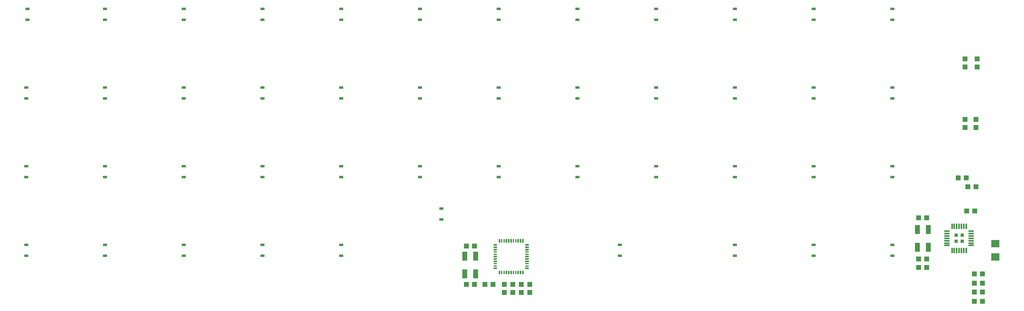
<source format=gbp>
G75*
%MOIN*%
%OFA0B0*%
%FSLAX25Y25*%
%IPPOS*%
%LPD*%
%AMOC8*
5,1,8,0,0,1.08239X$1,22.5*
%
%ADD10R,0.03268X0.02480*%
%ADD11C,0.01004*%
%ADD12R,0.04331X0.03937*%
%ADD13R,0.04331X0.07480*%
%ADD14R,0.03937X0.04331*%
%ADD15C,0.01181*%
%ADD16R,0.03000X0.03000*%
%ADD17R,0.07087X0.06299*%
D10*
X0061500Y0046972D03*
X0061500Y0056028D03*
X0126500Y0056028D03*
X0126500Y0046972D03*
X0191500Y0046972D03*
X0191500Y0056028D03*
X0256500Y0056028D03*
X0256500Y0046972D03*
X0321500Y0046972D03*
X0321500Y0056028D03*
X0404000Y0076972D03*
X0404000Y0086028D03*
X0386500Y0111972D03*
X0386500Y0121028D03*
X0321500Y0121028D03*
X0321500Y0111972D03*
X0256500Y0111972D03*
X0256500Y0121028D03*
X0191500Y0121028D03*
X0191500Y0111972D03*
X0126500Y0111972D03*
X0126500Y0121028D03*
X0061500Y0121028D03*
X0061500Y0111972D03*
X0061500Y0176972D03*
X0061500Y0186028D03*
X0126500Y0186028D03*
X0126500Y0176972D03*
X0191500Y0176972D03*
X0191500Y0186028D03*
X0256500Y0186028D03*
X0256500Y0176972D03*
X0321500Y0176972D03*
X0321500Y0186028D03*
X0386500Y0186028D03*
X0386500Y0176972D03*
X0451500Y0176972D03*
X0451500Y0186028D03*
X0516500Y0186028D03*
X0516500Y0176972D03*
X0581500Y0176972D03*
X0581500Y0186028D03*
X0646500Y0186028D03*
X0646500Y0176972D03*
X0711500Y0176972D03*
X0711500Y0186028D03*
X0776500Y0186028D03*
X0776500Y0176972D03*
X0776500Y0121028D03*
X0776500Y0111972D03*
X0711500Y0111972D03*
X0711500Y0121028D03*
X0646500Y0121028D03*
X0646500Y0111972D03*
X0581500Y0111972D03*
X0581500Y0121028D03*
X0516500Y0121028D03*
X0516500Y0111972D03*
X0451500Y0111972D03*
X0451500Y0121028D03*
X0551500Y0056028D03*
X0551500Y0046972D03*
X0646500Y0046972D03*
X0646500Y0056028D03*
X0711500Y0056028D03*
X0711500Y0046972D03*
X0776500Y0046972D03*
X0776500Y0056028D03*
X0776500Y0241972D03*
X0776500Y0251028D03*
X0711500Y0251028D03*
X0711500Y0241972D03*
X0646500Y0241972D03*
X0646500Y0251028D03*
X0581500Y0251028D03*
X0581500Y0241972D03*
X0516500Y0241972D03*
X0516500Y0251028D03*
X0451500Y0251028D03*
X0451500Y0241972D03*
X0386500Y0241972D03*
X0386500Y0251028D03*
X0321500Y0251028D03*
X0321500Y0241972D03*
X0256500Y0241972D03*
X0256500Y0251028D03*
X0191500Y0251028D03*
X0191500Y0241972D03*
X0126500Y0241972D03*
X0126500Y0251028D03*
X0062500Y0251028D03*
X0062500Y0241972D03*
D11*
X0451912Y0060709D02*
X0451912Y0058563D01*
X0451736Y0058563D01*
X0451736Y0060709D01*
X0451912Y0060709D01*
X0451912Y0059517D02*
X0451736Y0059517D01*
X0451736Y0060471D02*
X0451912Y0060471D01*
X0453880Y0060709D02*
X0453880Y0058563D01*
X0453704Y0058563D01*
X0453704Y0060709D01*
X0453880Y0060709D01*
X0453880Y0059517D02*
X0453704Y0059517D01*
X0453704Y0060471D02*
X0453880Y0060471D01*
X0455766Y0060709D02*
X0455766Y0058563D01*
X0455590Y0058563D01*
X0455590Y0060709D01*
X0455766Y0060709D01*
X0455766Y0059517D02*
X0455590Y0059517D01*
X0455590Y0060471D02*
X0455766Y0060471D01*
X0457734Y0060709D02*
X0457734Y0058563D01*
X0457558Y0058563D01*
X0457558Y0060709D01*
X0457734Y0060709D01*
X0457734Y0059517D02*
X0457558Y0059517D01*
X0457558Y0060471D02*
X0457734Y0060471D01*
X0459619Y0060709D02*
X0459619Y0058563D01*
X0459443Y0058563D01*
X0459443Y0060709D01*
X0459619Y0060709D01*
X0459619Y0059517D02*
X0459443Y0059517D01*
X0459443Y0060471D02*
X0459619Y0060471D01*
X0461588Y0060709D02*
X0461588Y0058563D01*
X0461412Y0058563D01*
X0461412Y0060709D01*
X0461588Y0060709D01*
X0461588Y0059517D02*
X0461412Y0059517D01*
X0461412Y0060471D02*
X0461588Y0060471D01*
X0463381Y0060709D02*
X0463381Y0058563D01*
X0463381Y0060709D02*
X0463557Y0060709D01*
X0463557Y0058563D01*
X0463381Y0058563D01*
X0463381Y0059517D02*
X0463557Y0059517D01*
X0463557Y0060471D02*
X0463381Y0060471D01*
X0465266Y0060709D02*
X0465266Y0058563D01*
X0465266Y0060709D02*
X0465442Y0060709D01*
X0465442Y0058563D01*
X0465266Y0058563D01*
X0465266Y0059517D02*
X0465442Y0059517D01*
X0465442Y0060471D02*
X0465266Y0060471D01*
X0467234Y0060709D02*
X0467234Y0058563D01*
X0467234Y0060709D02*
X0467410Y0060709D01*
X0467410Y0058563D01*
X0467234Y0058563D01*
X0467234Y0059517D02*
X0467410Y0059517D01*
X0467410Y0060471D02*
X0467234Y0060471D01*
X0469120Y0060709D02*
X0469120Y0058563D01*
X0469120Y0060709D02*
X0469296Y0060709D01*
X0469296Y0058563D01*
X0469120Y0058563D01*
X0469120Y0059517D02*
X0469296Y0059517D01*
X0469296Y0060471D02*
X0469120Y0060471D01*
X0471088Y0060709D02*
X0471088Y0058563D01*
X0471088Y0060709D02*
X0471264Y0060709D01*
X0471264Y0058563D01*
X0471088Y0058563D01*
X0471088Y0059517D02*
X0471264Y0059517D01*
X0471264Y0060471D02*
X0471088Y0060471D01*
X0473563Y0056088D02*
X0475709Y0056088D01*
X0473563Y0056088D02*
X0473563Y0056264D01*
X0475709Y0056264D01*
X0475709Y0056088D01*
X0475709Y0054120D02*
X0473563Y0054120D01*
X0473563Y0054296D01*
X0475709Y0054296D01*
X0475709Y0054120D01*
X0475709Y0052234D02*
X0473563Y0052234D01*
X0473563Y0052410D01*
X0475709Y0052410D01*
X0475709Y0052234D01*
X0475709Y0050266D02*
X0473563Y0050266D01*
X0473563Y0050442D01*
X0475709Y0050442D01*
X0475709Y0050266D01*
X0475709Y0048381D02*
X0473563Y0048381D01*
X0473563Y0048557D01*
X0475709Y0048557D01*
X0475709Y0048381D01*
X0475709Y0046412D02*
X0473563Y0046412D01*
X0473563Y0046588D01*
X0475709Y0046588D01*
X0475709Y0046412D01*
X0475709Y0044619D02*
X0473563Y0044619D01*
X0475709Y0044619D02*
X0475709Y0044443D01*
X0473563Y0044443D01*
X0473563Y0044619D01*
X0473563Y0042734D02*
X0475709Y0042734D01*
X0475709Y0042558D01*
X0473563Y0042558D01*
X0473563Y0042734D01*
X0473563Y0040766D02*
X0475709Y0040766D01*
X0475709Y0040590D01*
X0473563Y0040590D01*
X0473563Y0040766D01*
X0473563Y0038880D02*
X0475709Y0038880D01*
X0475709Y0038704D01*
X0473563Y0038704D01*
X0473563Y0038880D01*
X0473563Y0036912D02*
X0475709Y0036912D01*
X0475709Y0036736D01*
X0473563Y0036736D01*
X0473563Y0036912D01*
X0471088Y0034437D02*
X0471088Y0032291D01*
X0471088Y0034437D02*
X0471264Y0034437D01*
X0471264Y0032291D01*
X0471088Y0032291D01*
X0471088Y0033245D02*
X0471264Y0033245D01*
X0471264Y0034199D02*
X0471088Y0034199D01*
X0469120Y0034437D02*
X0469120Y0032291D01*
X0469120Y0034437D02*
X0469296Y0034437D01*
X0469296Y0032291D01*
X0469120Y0032291D01*
X0469120Y0033245D02*
X0469296Y0033245D01*
X0469296Y0034199D02*
X0469120Y0034199D01*
X0467234Y0034437D02*
X0467234Y0032291D01*
X0467234Y0034437D02*
X0467410Y0034437D01*
X0467410Y0032291D01*
X0467234Y0032291D01*
X0467234Y0033245D02*
X0467410Y0033245D01*
X0467410Y0034199D02*
X0467234Y0034199D01*
X0465266Y0034437D02*
X0465266Y0032291D01*
X0465266Y0034437D02*
X0465442Y0034437D01*
X0465442Y0032291D01*
X0465266Y0032291D01*
X0465266Y0033245D02*
X0465442Y0033245D01*
X0465442Y0034199D02*
X0465266Y0034199D01*
X0463381Y0034437D02*
X0463381Y0032291D01*
X0463381Y0034437D02*
X0463557Y0034437D01*
X0463557Y0032291D01*
X0463381Y0032291D01*
X0463381Y0033245D02*
X0463557Y0033245D01*
X0463557Y0034199D02*
X0463381Y0034199D01*
X0461412Y0034437D02*
X0461412Y0032291D01*
X0461412Y0034437D02*
X0461588Y0034437D01*
X0461588Y0032291D01*
X0461412Y0032291D01*
X0461412Y0033245D02*
X0461588Y0033245D01*
X0461588Y0034199D02*
X0461412Y0034199D01*
X0459619Y0034437D02*
X0459619Y0032291D01*
X0459443Y0032291D01*
X0459443Y0034437D01*
X0459619Y0034437D01*
X0459619Y0033245D02*
X0459443Y0033245D01*
X0459443Y0034199D02*
X0459619Y0034199D01*
X0457734Y0034437D02*
X0457734Y0032291D01*
X0457558Y0032291D01*
X0457558Y0034437D01*
X0457734Y0034437D01*
X0457734Y0033245D02*
X0457558Y0033245D01*
X0457558Y0034199D02*
X0457734Y0034199D01*
X0455766Y0034437D02*
X0455766Y0032291D01*
X0455590Y0032291D01*
X0455590Y0034437D01*
X0455766Y0034437D01*
X0455766Y0033245D02*
X0455590Y0033245D01*
X0455590Y0034199D02*
X0455766Y0034199D01*
X0453880Y0034437D02*
X0453880Y0032291D01*
X0453704Y0032291D01*
X0453704Y0034437D01*
X0453880Y0034437D01*
X0453880Y0033245D02*
X0453704Y0033245D01*
X0453704Y0034199D02*
X0453880Y0034199D01*
X0451912Y0034437D02*
X0451912Y0032291D01*
X0451736Y0032291D01*
X0451736Y0034437D01*
X0451912Y0034437D01*
X0451912Y0033245D02*
X0451736Y0033245D01*
X0451736Y0034199D02*
X0451912Y0034199D01*
X0449437Y0036912D02*
X0447291Y0036912D01*
X0449437Y0036912D02*
X0449437Y0036736D01*
X0447291Y0036736D01*
X0447291Y0036912D01*
X0447291Y0038880D02*
X0449437Y0038880D01*
X0449437Y0038704D01*
X0447291Y0038704D01*
X0447291Y0038880D01*
X0447291Y0040766D02*
X0449437Y0040766D01*
X0449437Y0040590D01*
X0447291Y0040590D01*
X0447291Y0040766D01*
X0447291Y0042734D02*
X0449437Y0042734D01*
X0449437Y0042558D01*
X0447291Y0042558D01*
X0447291Y0042734D01*
X0447291Y0044619D02*
X0449437Y0044619D01*
X0449437Y0044443D01*
X0447291Y0044443D01*
X0447291Y0044619D01*
X0447291Y0046588D02*
X0449437Y0046588D01*
X0449437Y0046412D01*
X0447291Y0046412D01*
X0447291Y0046588D01*
X0447291Y0048381D02*
X0449437Y0048381D01*
X0447291Y0048381D02*
X0447291Y0048557D01*
X0449437Y0048557D01*
X0449437Y0048381D01*
X0449437Y0050266D02*
X0447291Y0050266D01*
X0447291Y0050442D01*
X0449437Y0050442D01*
X0449437Y0050266D01*
X0449437Y0052234D02*
X0447291Y0052234D01*
X0447291Y0052410D01*
X0449437Y0052410D01*
X0449437Y0052234D01*
X0449437Y0054120D02*
X0447291Y0054120D01*
X0447291Y0054296D01*
X0449437Y0054296D01*
X0449437Y0054120D01*
X0449437Y0056088D02*
X0447291Y0056088D01*
X0447291Y0056264D01*
X0449437Y0056264D01*
X0449437Y0056088D01*
D12*
X0431346Y0055000D03*
X0424654Y0055000D03*
X0424654Y0023500D03*
X0431346Y0023500D03*
X0440154Y0023500D03*
X0446846Y0023500D03*
X0798154Y0037500D03*
X0804846Y0037500D03*
X0804846Y0044500D03*
X0798154Y0044500D03*
X0844154Y0032000D03*
X0850846Y0032000D03*
X0850846Y0024500D03*
X0844154Y0024500D03*
X0844154Y0017000D03*
X0850846Y0017000D03*
X0850846Y0009500D03*
X0844154Y0009500D03*
X0804846Y0078500D03*
X0798154Y0078500D03*
X0837654Y0084000D03*
X0844346Y0084000D03*
X0845346Y0104000D03*
X0838654Y0104000D03*
X0837346Y0111500D03*
X0830654Y0111500D03*
D13*
X0806028Y0068783D03*
X0796972Y0068783D03*
X0796972Y0054217D03*
X0806028Y0054217D03*
X0432528Y0046783D03*
X0423472Y0046783D03*
X0423472Y0032217D03*
X0432528Y0032217D03*
D14*
X0456000Y0023346D03*
X0463000Y0023346D03*
X0470000Y0023346D03*
X0477000Y0023346D03*
X0477000Y0016654D03*
X0470000Y0016654D03*
X0463000Y0016654D03*
X0456000Y0016654D03*
X0836500Y0153154D03*
X0845500Y0153154D03*
X0845500Y0159846D03*
X0836500Y0159846D03*
X0836500Y0203154D03*
X0846500Y0203154D03*
X0846500Y0209846D03*
X0836500Y0209846D03*
D15*
X0837406Y0073123D02*
X0837406Y0073123D01*
X0837406Y0069775D01*
X0837406Y0069775D01*
X0837406Y0073123D01*
X0837406Y0070897D02*
X0837406Y0070897D01*
X0837406Y0072019D02*
X0837406Y0072019D01*
X0835437Y0073123D02*
X0835437Y0073123D01*
X0835437Y0069775D01*
X0835437Y0069775D01*
X0835437Y0073123D01*
X0835437Y0070897D02*
X0835437Y0070897D01*
X0835437Y0072019D02*
X0835437Y0072019D01*
X0833469Y0073123D02*
X0833469Y0073123D01*
X0833469Y0069775D01*
X0833469Y0069775D01*
X0833469Y0073123D01*
X0833469Y0070897D02*
X0833469Y0070897D01*
X0833469Y0072019D02*
X0833469Y0072019D01*
X0831500Y0073123D02*
X0831500Y0073123D01*
X0831500Y0069775D01*
X0831500Y0069775D01*
X0831500Y0073123D01*
X0831500Y0070897D02*
X0831500Y0070897D01*
X0831500Y0072019D02*
X0831500Y0072019D01*
X0829531Y0073123D02*
X0829531Y0073123D01*
X0829531Y0069775D01*
X0829531Y0069775D01*
X0829531Y0073123D01*
X0829531Y0070897D02*
X0829531Y0070897D01*
X0829531Y0072019D02*
X0829531Y0072019D01*
X0827563Y0073123D02*
X0827563Y0073123D01*
X0827563Y0069775D01*
X0827563Y0069775D01*
X0827563Y0073123D01*
X0827563Y0070897D02*
X0827563Y0070897D01*
X0827563Y0072019D02*
X0827563Y0072019D01*
X0825594Y0073123D02*
X0825594Y0073123D01*
X0825594Y0069775D01*
X0825594Y0069775D01*
X0825594Y0073123D01*
X0825594Y0070897D02*
X0825594Y0070897D01*
X0825594Y0072019D02*
X0825594Y0072019D01*
X0819877Y0067406D02*
X0819877Y0067406D01*
X0823225Y0067406D01*
X0823225Y0067406D01*
X0819877Y0067406D01*
X0819877Y0065437D02*
X0819877Y0065437D01*
X0823225Y0065437D01*
X0823225Y0065437D01*
X0819877Y0065437D01*
X0819877Y0063469D02*
X0819877Y0063469D01*
X0823225Y0063469D01*
X0823225Y0063469D01*
X0819877Y0063469D01*
X0819877Y0061500D02*
X0819877Y0061500D01*
X0823225Y0061500D01*
X0823225Y0061500D01*
X0819877Y0061500D01*
X0819877Y0059531D02*
X0819877Y0059531D01*
X0823225Y0059531D01*
X0823225Y0059531D01*
X0819877Y0059531D01*
X0819877Y0057563D02*
X0819877Y0057563D01*
X0823225Y0057563D01*
X0823225Y0057563D01*
X0819877Y0057563D01*
X0819877Y0055594D02*
X0819877Y0055594D01*
X0823225Y0055594D01*
X0823225Y0055594D01*
X0819877Y0055594D01*
X0825594Y0049877D02*
X0825594Y0049877D01*
X0825594Y0053225D01*
X0825594Y0053225D01*
X0825594Y0049877D01*
X0825594Y0050999D02*
X0825594Y0050999D01*
X0825594Y0052121D02*
X0825594Y0052121D01*
X0827563Y0049877D02*
X0827563Y0049877D01*
X0827563Y0053225D01*
X0827563Y0053225D01*
X0827563Y0049877D01*
X0827563Y0050999D02*
X0827563Y0050999D01*
X0827563Y0052121D02*
X0827563Y0052121D01*
X0829531Y0049877D02*
X0829531Y0049877D01*
X0829531Y0053225D01*
X0829531Y0053225D01*
X0829531Y0049877D01*
X0829531Y0050999D02*
X0829531Y0050999D01*
X0829531Y0052121D02*
X0829531Y0052121D01*
X0831500Y0049877D02*
X0831500Y0049877D01*
X0831500Y0053225D01*
X0831500Y0053225D01*
X0831500Y0049877D01*
X0831500Y0050999D02*
X0831500Y0050999D01*
X0831500Y0052121D02*
X0831500Y0052121D01*
X0833469Y0049877D02*
X0833469Y0049877D01*
X0833469Y0053225D01*
X0833469Y0053225D01*
X0833469Y0049877D01*
X0833469Y0050999D02*
X0833469Y0050999D01*
X0833469Y0052121D02*
X0833469Y0052121D01*
X0835437Y0049877D02*
X0835437Y0049877D01*
X0835437Y0053225D01*
X0835437Y0053225D01*
X0835437Y0049877D01*
X0835437Y0050999D02*
X0835437Y0050999D01*
X0835437Y0052121D02*
X0835437Y0052121D01*
X0837406Y0049877D02*
X0837406Y0049877D01*
X0837406Y0053225D01*
X0837406Y0053225D01*
X0837406Y0049877D01*
X0837406Y0050999D02*
X0837406Y0050999D01*
X0837406Y0052121D02*
X0837406Y0052121D01*
X0843123Y0055594D02*
X0843123Y0055594D01*
X0839775Y0055594D01*
X0839775Y0055594D01*
X0843123Y0055594D01*
X0843123Y0057563D02*
X0843123Y0057563D01*
X0839775Y0057563D01*
X0839775Y0057563D01*
X0843123Y0057563D01*
X0843123Y0059531D02*
X0843123Y0059531D01*
X0839775Y0059531D01*
X0839775Y0059531D01*
X0843123Y0059531D01*
X0843123Y0061500D02*
X0843123Y0061500D01*
X0839775Y0061500D01*
X0839775Y0061500D01*
X0843123Y0061500D01*
X0843123Y0063469D02*
X0843123Y0063469D01*
X0839775Y0063469D01*
X0839775Y0063469D01*
X0843123Y0063469D01*
X0843123Y0065437D02*
X0843123Y0065437D01*
X0839775Y0065437D01*
X0839775Y0065437D01*
X0843123Y0065437D01*
X0843123Y0067406D02*
X0843123Y0067406D01*
X0839775Y0067406D01*
X0839775Y0067406D01*
X0843123Y0067406D01*
D16*
X0834000Y0064000D03*
X0834000Y0059000D03*
X0829000Y0059000D03*
X0829000Y0064000D03*
D17*
X0861500Y0057012D03*
X0861500Y0045988D03*
M02*

</source>
